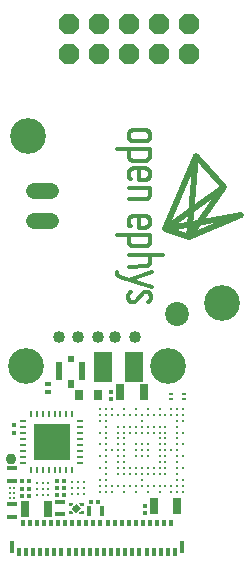
<source format=gts>
G75*
%MOIN*%
%OFA0B0*%
%FSLAX25Y25*%
%IPPOS*%
%LPD*%
%AMOC8*
5,1,8,0,0,1.08239X$1,22.5*
%
%ADD10C,0.04016*%
%ADD11R,0.01654X0.01260*%
%ADD12R,0.03228X0.01654*%
%ADD13R,0.01654X0.03228*%
%ADD14R,0.05984X0.09921*%
%ADD15C,0.00200*%
%ADD16R,0.12283X0.12283*%
%ADD17R,0.01063X0.02441*%
%ADD18R,0.02441X0.01063*%
%ADD19R,0.02047X0.02835*%
%ADD20R,0.02441X0.05984*%
%ADD21R,0.02047X0.02441*%
%ADD22R,0.02441X0.01457*%
%ADD23C,0.01063*%
%ADD24R,0.01457X0.00866*%
%ADD25R,0.01260X0.02638*%
%ADD26R,0.01260X0.02441*%
%ADD27R,0.01654X0.04016*%
%ADD28OC8,0.06679*%
%ADD29C,0.03622*%
%ADD30C,0.05479*%
%ADD31C,0.07953*%
%ADD32C,0.02165*%
%ADD33C,0.01417*%
%ADD34R,0.02835X0.05197*%
%ADD35R,0.01260X0.01654*%
%ADD36R,0.02835X0.03622*%
%ADD37C,0.01197*%
%ADD38C,0.11890*%
D10*
X0185205Y0129300D03*
X0191701Y0129300D03*
X0198197Y0129300D03*
X0204103Y0129300D03*
X0210599Y0129300D03*
D11*
X0202607Y0110993D03*
X0202607Y0108630D03*
X0170441Y0099772D03*
X0170441Y0097410D03*
X0213945Y0072804D03*
X0213945Y0070441D03*
D12*
X0185756Y0070113D03*
X0185756Y0074313D03*
X0169575Y0073565D03*
X0169575Y0069365D03*
X0169654Y0081333D03*
X0169654Y0085533D03*
D13*
X0195507Y0071111D03*
X0199707Y0071111D03*
D14*
X0200166Y0119260D03*
X0210402Y0119260D03*
D15*
X0193217Y0073807D02*
X0193217Y0073178D01*
X0192626Y0073178D01*
X0191996Y0073807D01*
X0193217Y0073807D01*
X0193217Y0073782D02*
X0192022Y0073782D01*
X0192220Y0073583D02*
X0193217Y0073583D01*
X0193217Y0073385D02*
X0192419Y0073385D01*
X0192618Y0073186D02*
X0193217Y0073186D01*
X0192250Y0072213D02*
X0190914Y0073549D01*
X0189578Y0072213D01*
X0190914Y0070877D01*
X0192250Y0072213D01*
X0192231Y0072194D02*
X0189597Y0072194D01*
X0189757Y0072392D02*
X0192071Y0072392D01*
X0191872Y0072591D02*
X0189955Y0072591D01*
X0190154Y0072789D02*
X0191674Y0072789D01*
X0191475Y0072988D02*
X0190352Y0072988D01*
X0190551Y0073186D02*
X0191277Y0073186D01*
X0191078Y0073385D02*
X0190749Y0073385D01*
X0189831Y0073807D02*
X0189201Y0073178D01*
X0188611Y0073178D01*
X0188611Y0073807D01*
X0189831Y0073807D01*
X0189806Y0073782D02*
X0188611Y0073782D01*
X0188611Y0073583D02*
X0189607Y0073583D01*
X0189409Y0073385D02*
X0188611Y0073385D01*
X0188611Y0073186D02*
X0189210Y0073186D01*
X0189795Y0071995D02*
X0192032Y0071995D01*
X0191834Y0071797D02*
X0189994Y0071797D01*
X0190192Y0071598D02*
X0191635Y0071598D01*
X0191437Y0071400D02*
X0190391Y0071400D01*
X0190589Y0071201D02*
X0191238Y0071201D01*
X0191040Y0071003D02*
X0190788Y0071003D01*
X0189831Y0070619D02*
X0189201Y0071248D01*
X0188611Y0071248D01*
X0188611Y0070619D01*
X0189831Y0070619D01*
X0189645Y0070804D02*
X0188611Y0070804D01*
X0188611Y0071003D02*
X0189447Y0071003D01*
X0189248Y0071201D02*
X0188611Y0071201D01*
X0191996Y0070619D02*
X0192626Y0071248D01*
X0193217Y0071248D01*
X0193217Y0070619D01*
X0191996Y0070619D01*
X0192182Y0070804D02*
X0193217Y0070804D01*
X0193217Y0071003D02*
X0192381Y0071003D01*
X0192579Y0071201D02*
X0193217Y0071201D01*
D16*
X0182882Y0094260D03*
D17*
X0181898Y0084811D03*
X0179930Y0084811D03*
X0177961Y0084811D03*
X0175993Y0084811D03*
X0183867Y0084811D03*
X0185835Y0084811D03*
X0187804Y0084811D03*
X0189772Y0084811D03*
X0189772Y0103709D03*
X0187804Y0103709D03*
X0185835Y0103709D03*
X0183867Y0103709D03*
X0181898Y0103709D03*
X0179930Y0103709D03*
X0177961Y0103709D03*
X0175993Y0103709D03*
D18*
X0173433Y0101150D03*
X0173433Y0099181D03*
X0173433Y0097213D03*
X0173433Y0095244D03*
X0173433Y0093276D03*
X0173433Y0091307D03*
X0173433Y0089339D03*
X0173433Y0087370D03*
X0192331Y0087370D03*
X0192331Y0089339D03*
X0192331Y0091307D03*
X0192331Y0093276D03*
X0192331Y0095244D03*
X0192331Y0097213D03*
X0192331Y0099181D03*
X0192331Y0101150D03*
D19*
X0189221Y0113552D03*
D20*
X0193158Y0117882D03*
X0185284Y0117882D03*
D21*
X0189221Y0121819D03*
D22*
X0181819Y0113650D03*
X0181819Y0111091D03*
D23*
X0199181Y0105284D03*
X0199181Y0103315D03*
X0199181Y0101347D03*
X0201150Y0101347D03*
X0201150Y0103315D03*
X0203119Y0103315D03*
X0205087Y0103315D03*
X0207056Y0103315D03*
X0209024Y0103315D03*
X0210993Y0103315D03*
X0212961Y0103315D03*
X0212961Y0101347D03*
X0212961Y0099378D03*
X0212961Y0097410D03*
X0210993Y0097410D03*
X0210993Y0099378D03*
X0209024Y0099378D03*
X0209024Y0097410D03*
X0207056Y0097410D03*
X0207056Y0099378D03*
X0205087Y0099378D03*
X0205087Y0097410D03*
X0205087Y0095441D03*
X0205087Y0093473D03*
X0207056Y0093473D03*
X0207056Y0095441D03*
X0210993Y0093473D03*
X0212961Y0093473D03*
X0214930Y0093473D03*
X0214930Y0091504D03*
X0214930Y0089536D03*
X0212961Y0089536D03*
X0212961Y0091504D03*
X0210993Y0091504D03*
X0210993Y0089536D03*
X0207056Y0089536D03*
X0207056Y0091504D03*
X0205087Y0091504D03*
X0205087Y0089536D03*
X0205087Y0087567D03*
X0205087Y0085599D03*
X0207056Y0085599D03*
X0209024Y0085599D03*
X0210993Y0085599D03*
X0212961Y0085599D03*
X0214930Y0085599D03*
X0216898Y0085599D03*
X0218867Y0085599D03*
X0220835Y0085599D03*
X0220835Y0087567D03*
X0218867Y0087567D03*
X0218867Y0089536D03*
X0220835Y0089536D03*
X0220835Y0091504D03*
X0218867Y0091504D03*
X0218867Y0093473D03*
X0220835Y0093473D03*
X0220835Y0095441D03*
X0218867Y0095441D03*
X0218867Y0097410D03*
X0220835Y0097410D03*
X0220835Y0099378D03*
X0218867Y0099378D03*
X0216898Y0099378D03*
X0216898Y0097410D03*
X0214930Y0097410D03*
X0214930Y0099378D03*
X0214930Y0103315D03*
X0216898Y0103315D03*
X0218867Y0103315D03*
X0220835Y0103315D03*
X0222804Y0103315D03*
X0224772Y0103315D03*
X0224772Y0101347D03*
X0226741Y0101347D03*
X0226741Y0103315D03*
X0226741Y0105284D03*
X0224772Y0105284D03*
X0222804Y0105284D03*
X0218867Y0105284D03*
X0214930Y0105284D03*
X0210993Y0105284D03*
X0207056Y0105284D03*
X0203119Y0105284D03*
X0201150Y0105284D03*
X0201150Y0099378D03*
X0201150Y0097410D03*
X0199181Y0097410D03*
X0201150Y0095441D03*
X0201150Y0093473D03*
X0199181Y0093473D03*
X0201150Y0091504D03*
X0201150Y0089536D03*
X0199181Y0089536D03*
X0201150Y0087567D03*
X0201150Y0085599D03*
X0199181Y0085599D03*
X0201150Y0083630D03*
X0201150Y0081662D03*
X0199181Y0081662D03*
X0199181Y0079693D03*
X0199181Y0077725D03*
X0201150Y0077725D03*
X0201150Y0079693D03*
X0203119Y0079693D03*
X0205087Y0079693D03*
X0207056Y0079693D03*
X0209024Y0079693D03*
X0210993Y0079693D03*
X0212961Y0079693D03*
X0214930Y0079693D03*
X0216898Y0079693D03*
X0218867Y0079693D03*
X0220835Y0079693D03*
X0222804Y0079693D03*
X0224772Y0079693D03*
X0224772Y0077725D03*
X0222804Y0077725D03*
X0226741Y0077725D03*
X0226741Y0079693D03*
X0226741Y0081662D03*
X0224772Y0081662D03*
X0224772Y0083630D03*
X0224772Y0085599D03*
X0224772Y0087567D03*
X0224772Y0089536D03*
X0224772Y0091504D03*
X0222804Y0091504D03*
X0224772Y0093473D03*
X0224772Y0095441D03*
X0224772Y0097410D03*
X0224772Y0099378D03*
X0226741Y0097410D03*
X0226741Y0093473D03*
X0226741Y0089536D03*
X0226741Y0085599D03*
X0220835Y0083630D03*
X0218867Y0083630D03*
X0216898Y0083630D03*
X0214930Y0083630D03*
X0212961Y0083630D03*
X0212961Y0081662D03*
X0210993Y0083630D03*
X0209024Y0083630D03*
X0207056Y0083630D03*
X0205087Y0083630D03*
X0207056Y0087567D03*
X0203119Y0091504D03*
X0193670Y0080874D03*
X0193670Y0078906D03*
X0193670Y0076937D03*
X0191701Y0076937D03*
X0189733Y0076937D03*
X0189733Y0078906D03*
X0191701Y0078906D03*
X0191701Y0080874D03*
X0189733Y0080874D03*
X0181859Y0080481D03*
X0181859Y0078512D03*
X0181859Y0076544D03*
X0179890Y0076544D03*
X0179890Y0078512D03*
X0177922Y0078512D03*
X0177922Y0076544D03*
X0177922Y0080481D03*
X0179890Y0080481D03*
X0203119Y0077725D03*
X0207056Y0077725D03*
X0210993Y0077725D03*
X0214930Y0077725D03*
X0218867Y0077725D03*
D24*
X0222607Y0108630D03*
X0222607Y0110205D03*
X0226937Y0110205D03*
X0226937Y0108630D03*
D25*
X0223985Y0057449D03*
X0221622Y0057449D03*
X0219260Y0057449D03*
X0216898Y0057449D03*
X0214536Y0057449D03*
X0212174Y0057449D03*
X0209811Y0057449D03*
X0207449Y0057449D03*
X0205087Y0057449D03*
X0202725Y0057449D03*
X0200363Y0057449D03*
X0198000Y0057449D03*
X0195638Y0057449D03*
X0193276Y0057449D03*
X0190914Y0057449D03*
X0188552Y0057449D03*
X0186189Y0057449D03*
X0183827Y0057449D03*
X0181465Y0057449D03*
X0179103Y0057449D03*
X0176741Y0057449D03*
X0174378Y0057449D03*
X0172016Y0057449D03*
D26*
X0173197Y0067193D03*
X0175559Y0067193D03*
X0177922Y0067193D03*
X0180284Y0067193D03*
X0182646Y0067193D03*
X0185008Y0067193D03*
X0187370Y0067193D03*
X0189733Y0067193D03*
X0192095Y0067193D03*
X0194457Y0067193D03*
X0196819Y0067193D03*
X0199181Y0067193D03*
X0201544Y0067193D03*
X0203906Y0067193D03*
X0206268Y0067193D03*
X0208630Y0067193D03*
X0210993Y0067193D03*
X0213355Y0067193D03*
X0215717Y0067193D03*
X0218079Y0067193D03*
X0220441Y0067193D03*
X0222804Y0067193D03*
D27*
X0169654Y0059319D03*
X0226347Y0059319D03*
D28*
X0228630Y0223512D03*
X0218630Y0223512D03*
X0208630Y0223512D03*
X0198630Y0223512D03*
X0188630Y0223512D03*
X0188630Y0233512D03*
X0198630Y0233512D03*
X0208630Y0233512D03*
X0218630Y0233512D03*
X0228630Y0233512D03*
D29*
X0169496Y0088670D03*
D30*
X0177190Y0167882D02*
X0182590Y0167882D01*
X0182590Y0177882D02*
X0177190Y0177882D01*
D31*
X0224772Y0136780D03*
D32*
X0228709Y0162764D02*
X0240520Y0179300D01*
X0220835Y0165126D01*
X0246032Y0169851D01*
X0228709Y0162764D01*
X0220835Y0165126D01*
X0231071Y0189536D01*
X0240520Y0179300D01*
X0231071Y0189536D02*
X0228709Y0162764D01*
D33*
X0219969Y0156622D02*
X0208788Y0156622D01*
X0210126Y0159457D02*
X0214221Y0159457D01*
X0214295Y0159459D01*
X0214369Y0159465D01*
X0214443Y0159474D01*
X0214516Y0159488D01*
X0214588Y0159505D01*
X0214659Y0159526D01*
X0214729Y0159551D01*
X0214797Y0159580D01*
X0214864Y0159611D01*
X0214930Y0159647D01*
X0214993Y0159686D01*
X0215054Y0159728D01*
X0215113Y0159773D01*
X0215169Y0159821D01*
X0215223Y0159872D01*
X0215274Y0159926D01*
X0215322Y0159982D01*
X0215367Y0160041D01*
X0215409Y0160102D01*
X0215448Y0160166D01*
X0215484Y0160231D01*
X0215515Y0160298D01*
X0215544Y0160366D01*
X0215569Y0160436D01*
X0215590Y0160507D01*
X0215607Y0160579D01*
X0215621Y0160652D01*
X0215630Y0160726D01*
X0215636Y0160800D01*
X0215638Y0160874D01*
X0215638Y0163237D01*
X0208709Y0163237D01*
X0208709Y0160874D01*
X0208711Y0160800D01*
X0208717Y0160726D01*
X0208726Y0160652D01*
X0208740Y0160579D01*
X0208757Y0160507D01*
X0208778Y0160436D01*
X0208803Y0160366D01*
X0208832Y0160298D01*
X0208863Y0160231D01*
X0208899Y0160166D01*
X0208938Y0160102D01*
X0208980Y0160041D01*
X0209025Y0159982D01*
X0209073Y0159926D01*
X0209124Y0159872D01*
X0209178Y0159821D01*
X0209234Y0159773D01*
X0209293Y0159728D01*
X0209354Y0159686D01*
X0209418Y0159647D01*
X0209483Y0159611D01*
X0209550Y0159580D01*
X0209618Y0159551D01*
X0209688Y0159526D01*
X0209759Y0159505D01*
X0209831Y0159488D01*
X0209904Y0159474D01*
X0209978Y0159465D01*
X0210052Y0159459D01*
X0210126Y0159457D01*
X0208630Y0163237D02*
X0204536Y0163237D01*
X0208709Y0166701D02*
X0208709Y0168119D01*
X0208711Y0168193D01*
X0208717Y0168267D01*
X0208726Y0168341D01*
X0208740Y0168414D01*
X0208757Y0168486D01*
X0208778Y0168557D01*
X0208803Y0168627D01*
X0208832Y0168695D01*
X0208863Y0168762D01*
X0208899Y0168828D01*
X0208938Y0168891D01*
X0208980Y0168952D01*
X0209025Y0169011D01*
X0209073Y0169067D01*
X0209124Y0169121D01*
X0209178Y0169172D01*
X0209234Y0169220D01*
X0209293Y0169265D01*
X0209354Y0169307D01*
X0209418Y0169346D01*
X0209483Y0169382D01*
X0209550Y0169413D01*
X0209618Y0169442D01*
X0209688Y0169467D01*
X0209759Y0169488D01*
X0209831Y0169505D01*
X0209904Y0169519D01*
X0209978Y0169528D01*
X0210052Y0169534D01*
X0210126Y0169536D01*
X0214221Y0169536D01*
X0214295Y0169534D01*
X0214369Y0169528D01*
X0214443Y0169519D01*
X0214516Y0169505D01*
X0214588Y0169488D01*
X0214659Y0169467D01*
X0214729Y0169442D01*
X0214797Y0169413D01*
X0214864Y0169382D01*
X0214930Y0169346D01*
X0214993Y0169307D01*
X0215054Y0169265D01*
X0215113Y0169220D01*
X0215169Y0169172D01*
X0215223Y0169121D01*
X0215274Y0169067D01*
X0215322Y0169011D01*
X0215367Y0168952D01*
X0215409Y0168891D01*
X0215448Y0168828D01*
X0215484Y0168762D01*
X0215515Y0168695D01*
X0215544Y0168627D01*
X0215569Y0168557D01*
X0215590Y0168486D01*
X0215607Y0168414D01*
X0215621Y0168341D01*
X0215630Y0168267D01*
X0215636Y0168193D01*
X0215638Y0168119D01*
X0215638Y0167174D01*
X0215636Y0167100D01*
X0215630Y0167026D01*
X0215621Y0166952D01*
X0215607Y0166879D01*
X0215590Y0166807D01*
X0215569Y0166736D01*
X0215544Y0166666D01*
X0215515Y0166598D01*
X0215484Y0166531D01*
X0215448Y0166466D01*
X0215409Y0166402D01*
X0215367Y0166341D01*
X0215322Y0166282D01*
X0215274Y0166226D01*
X0215223Y0166172D01*
X0215169Y0166121D01*
X0215113Y0166073D01*
X0215054Y0166028D01*
X0214993Y0165986D01*
X0214930Y0165947D01*
X0214864Y0165911D01*
X0214797Y0165880D01*
X0214729Y0165851D01*
X0214659Y0165826D01*
X0214588Y0165805D01*
X0214516Y0165788D01*
X0214443Y0165774D01*
X0214369Y0165765D01*
X0214295Y0165759D01*
X0214221Y0165757D01*
X0214063Y0165756D02*
X0212174Y0165756D01*
X0212174Y0169063D01*
X0209260Y0166150D02*
X0209214Y0166152D01*
X0209169Y0166158D01*
X0209125Y0166167D01*
X0209081Y0166180D01*
X0209039Y0166196D01*
X0208998Y0166216D01*
X0208959Y0166240D01*
X0208922Y0166266D01*
X0208887Y0166296D01*
X0208855Y0166328D01*
X0208825Y0166363D01*
X0208799Y0166400D01*
X0208775Y0166439D01*
X0208755Y0166480D01*
X0208739Y0166522D01*
X0208726Y0166566D01*
X0208717Y0166610D01*
X0208711Y0166655D01*
X0208709Y0166701D01*
X0208709Y0175205D02*
X0214221Y0175205D01*
X0214295Y0175207D01*
X0214369Y0175213D01*
X0214443Y0175222D01*
X0214516Y0175236D01*
X0214588Y0175253D01*
X0214659Y0175274D01*
X0214729Y0175299D01*
X0214797Y0175328D01*
X0214864Y0175359D01*
X0214930Y0175395D01*
X0214993Y0175434D01*
X0215054Y0175476D01*
X0215113Y0175521D01*
X0215169Y0175569D01*
X0215223Y0175620D01*
X0215274Y0175674D01*
X0215322Y0175730D01*
X0215367Y0175789D01*
X0215409Y0175850D01*
X0215448Y0175914D01*
X0215484Y0175979D01*
X0215515Y0176046D01*
X0215544Y0176114D01*
X0215569Y0176184D01*
X0215590Y0176255D01*
X0215607Y0176327D01*
X0215621Y0176400D01*
X0215630Y0176474D01*
X0215636Y0176548D01*
X0215638Y0176622D01*
X0215638Y0178985D01*
X0208709Y0178985D01*
X0208709Y0182607D02*
X0208709Y0184024D01*
X0208711Y0184098D01*
X0208717Y0184172D01*
X0208726Y0184246D01*
X0208740Y0184319D01*
X0208757Y0184391D01*
X0208778Y0184462D01*
X0208803Y0184532D01*
X0208832Y0184600D01*
X0208863Y0184667D01*
X0208899Y0184733D01*
X0208938Y0184796D01*
X0208980Y0184857D01*
X0209025Y0184916D01*
X0209073Y0184972D01*
X0209124Y0185026D01*
X0209178Y0185077D01*
X0209234Y0185125D01*
X0209293Y0185170D01*
X0209354Y0185212D01*
X0209418Y0185251D01*
X0209483Y0185287D01*
X0209550Y0185318D01*
X0209618Y0185347D01*
X0209688Y0185372D01*
X0209759Y0185393D01*
X0209831Y0185410D01*
X0209904Y0185424D01*
X0209978Y0185433D01*
X0210052Y0185439D01*
X0210126Y0185441D01*
X0214221Y0185441D01*
X0214295Y0185439D01*
X0214369Y0185433D01*
X0214443Y0185424D01*
X0214516Y0185410D01*
X0214588Y0185393D01*
X0214659Y0185372D01*
X0214729Y0185347D01*
X0214797Y0185318D01*
X0214864Y0185287D01*
X0214930Y0185251D01*
X0214993Y0185212D01*
X0215054Y0185170D01*
X0215113Y0185125D01*
X0215169Y0185077D01*
X0215223Y0185026D01*
X0215274Y0184972D01*
X0215322Y0184916D01*
X0215367Y0184857D01*
X0215409Y0184796D01*
X0215448Y0184733D01*
X0215484Y0184667D01*
X0215515Y0184600D01*
X0215544Y0184532D01*
X0215569Y0184462D01*
X0215590Y0184391D01*
X0215607Y0184319D01*
X0215621Y0184246D01*
X0215630Y0184172D01*
X0215636Y0184098D01*
X0215638Y0184024D01*
X0215638Y0183079D01*
X0215636Y0183005D01*
X0215630Y0182931D01*
X0215621Y0182857D01*
X0215607Y0182784D01*
X0215590Y0182712D01*
X0215569Y0182641D01*
X0215544Y0182571D01*
X0215515Y0182503D01*
X0215484Y0182436D01*
X0215448Y0182371D01*
X0215409Y0182307D01*
X0215367Y0182246D01*
X0215322Y0182187D01*
X0215274Y0182131D01*
X0215223Y0182077D01*
X0215169Y0182026D01*
X0215113Y0181978D01*
X0215054Y0181933D01*
X0214993Y0181891D01*
X0214930Y0181852D01*
X0214864Y0181816D01*
X0214797Y0181785D01*
X0214729Y0181756D01*
X0214659Y0181731D01*
X0214588Y0181710D01*
X0214516Y0181693D01*
X0214443Y0181679D01*
X0214369Y0181670D01*
X0214295Y0181664D01*
X0214221Y0181662D01*
X0214063Y0181662D02*
X0212174Y0181662D01*
X0212174Y0184969D01*
X0214221Y0188040D02*
X0210126Y0188040D01*
X0210052Y0188042D01*
X0209978Y0188048D01*
X0209904Y0188057D01*
X0209831Y0188071D01*
X0209759Y0188088D01*
X0209688Y0188109D01*
X0209618Y0188134D01*
X0209550Y0188163D01*
X0209483Y0188194D01*
X0209418Y0188230D01*
X0209354Y0188269D01*
X0209293Y0188311D01*
X0209234Y0188356D01*
X0209178Y0188404D01*
X0209124Y0188455D01*
X0209073Y0188509D01*
X0209025Y0188565D01*
X0208980Y0188624D01*
X0208938Y0188685D01*
X0208899Y0188749D01*
X0208863Y0188814D01*
X0208832Y0188881D01*
X0208803Y0188949D01*
X0208778Y0189019D01*
X0208757Y0189090D01*
X0208740Y0189162D01*
X0208726Y0189235D01*
X0208717Y0189309D01*
X0208711Y0189383D01*
X0208709Y0189457D01*
X0208709Y0191819D01*
X0215638Y0191819D01*
X0215638Y0189457D01*
X0215636Y0189383D01*
X0215630Y0189309D01*
X0215621Y0189235D01*
X0215607Y0189162D01*
X0215590Y0189090D01*
X0215569Y0189019D01*
X0215544Y0188949D01*
X0215515Y0188881D01*
X0215484Y0188814D01*
X0215448Y0188749D01*
X0215409Y0188685D01*
X0215367Y0188624D01*
X0215322Y0188565D01*
X0215274Y0188509D01*
X0215223Y0188455D01*
X0215169Y0188404D01*
X0215113Y0188356D01*
X0215054Y0188311D01*
X0214993Y0188269D01*
X0214930Y0188230D01*
X0214864Y0188194D01*
X0214797Y0188163D01*
X0214729Y0188134D01*
X0214659Y0188109D01*
X0214588Y0188088D01*
X0214516Y0188071D01*
X0214443Y0188057D01*
X0214369Y0188048D01*
X0214295Y0188042D01*
X0214221Y0188040D01*
X0214221Y0194457D02*
X0210126Y0194457D01*
X0210052Y0194459D01*
X0209978Y0194465D01*
X0209904Y0194474D01*
X0209831Y0194488D01*
X0209759Y0194505D01*
X0209688Y0194526D01*
X0209618Y0194551D01*
X0209550Y0194580D01*
X0209483Y0194611D01*
X0209418Y0194647D01*
X0209354Y0194686D01*
X0209293Y0194728D01*
X0209234Y0194773D01*
X0209178Y0194821D01*
X0209124Y0194872D01*
X0209073Y0194926D01*
X0209025Y0194982D01*
X0208980Y0195041D01*
X0208938Y0195102D01*
X0208899Y0195166D01*
X0208863Y0195231D01*
X0208832Y0195298D01*
X0208803Y0195366D01*
X0208778Y0195436D01*
X0208757Y0195507D01*
X0208740Y0195579D01*
X0208726Y0195652D01*
X0208717Y0195726D01*
X0208711Y0195800D01*
X0208709Y0195874D01*
X0208709Y0195993D02*
X0208709Y0196741D01*
X0208709Y0196780D02*
X0208711Y0196854D01*
X0208717Y0196928D01*
X0208726Y0197002D01*
X0208740Y0197075D01*
X0208757Y0197147D01*
X0208778Y0197218D01*
X0208803Y0197288D01*
X0208832Y0197356D01*
X0208863Y0197423D01*
X0208899Y0197489D01*
X0208938Y0197552D01*
X0208980Y0197613D01*
X0209025Y0197672D01*
X0209073Y0197728D01*
X0209124Y0197782D01*
X0209178Y0197833D01*
X0209234Y0197881D01*
X0209293Y0197926D01*
X0209354Y0197968D01*
X0209418Y0198007D01*
X0209483Y0198043D01*
X0209550Y0198074D01*
X0209618Y0198103D01*
X0209688Y0198128D01*
X0209759Y0198149D01*
X0209831Y0198166D01*
X0209904Y0198180D01*
X0209978Y0198189D01*
X0210052Y0198195D01*
X0210126Y0198197D01*
X0214221Y0198197D01*
X0214295Y0198195D01*
X0214369Y0198189D01*
X0214443Y0198180D01*
X0214516Y0198166D01*
X0214588Y0198149D01*
X0214659Y0198128D01*
X0214729Y0198103D01*
X0214797Y0198074D01*
X0214864Y0198043D01*
X0214930Y0198007D01*
X0214993Y0197968D01*
X0215054Y0197926D01*
X0215113Y0197881D01*
X0215169Y0197833D01*
X0215223Y0197782D01*
X0215274Y0197728D01*
X0215322Y0197672D01*
X0215367Y0197613D01*
X0215409Y0197552D01*
X0215448Y0197489D01*
X0215484Y0197423D01*
X0215515Y0197356D01*
X0215544Y0197288D01*
X0215569Y0197218D01*
X0215590Y0197147D01*
X0215607Y0197075D01*
X0215621Y0197002D01*
X0215630Y0196928D01*
X0215636Y0196854D01*
X0215638Y0196780D01*
X0215638Y0196662D02*
X0215638Y0195874D01*
X0215636Y0195800D01*
X0215630Y0195726D01*
X0215621Y0195652D01*
X0215607Y0195579D01*
X0215590Y0195507D01*
X0215569Y0195436D01*
X0215544Y0195366D01*
X0215515Y0195298D01*
X0215484Y0195231D01*
X0215448Y0195166D01*
X0215409Y0195102D01*
X0215367Y0195041D01*
X0215322Y0194982D01*
X0215274Y0194926D01*
X0215223Y0194872D01*
X0215169Y0194821D01*
X0215113Y0194773D01*
X0215054Y0194728D01*
X0214993Y0194686D01*
X0214930Y0194647D01*
X0214864Y0194611D01*
X0214797Y0194580D01*
X0214729Y0194551D01*
X0214659Y0194526D01*
X0214588Y0194505D01*
X0214516Y0194488D01*
X0214443Y0194474D01*
X0214369Y0194465D01*
X0214295Y0194459D01*
X0214221Y0194457D01*
X0208630Y0191819D02*
X0204536Y0191819D01*
X0208709Y0182607D02*
X0208711Y0182561D01*
X0208717Y0182516D01*
X0208726Y0182472D01*
X0208739Y0182428D01*
X0208755Y0182386D01*
X0208775Y0182345D01*
X0208799Y0182306D01*
X0208825Y0182269D01*
X0208855Y0182234D01*
X0208887Y0182202D01*
X0208922Y0182172D01*
X0208959Y0182146D01*
X0208998Y0182122D01*
X0209039Y0182102D01*
X0209081Y0182086D01*
X0209125Y0182073D01*
X0209169Y0182064D01*
X0209214Y0182058D01*
X0209260Y0182056D01*
X0215638Y0156071D02*
X0215638Y0154260D01*
X0215636Y0154186D01*
X0215630Y0154112D01*
X0215621Y0154038D01*
X0215607Y0153965D01*
X0215590Y0153893D01*
X0215569Y0153822D01*
X0215544Y0153752D01*
X0215515Y0153684D01*
X0215484Y0153617D01*
X0215448Y0153552D01*
X0215409Y0153488D01*
X0215367Y0153427D01*
X0215322Y0153368D01*
X0215274Y0153312D01*
X0215223Y0153258D01*
X0215169Y0153207D01*
X0215113Y0153159D01*
X0215054Y0153114D01*
X0214993Y0153072D01*
X0214930Y0153033D01*
X0214864Y0152997D01*
X0214797Y0152966D01*
X0214729Y0152937D01*
X0214659Y0152912D01*
X0214588Y0152891D01*
X0214516Y0152874D01*
X0214443Y0152860D01*
X0214369Y0152851D01*
X0214295Y0152845D01*
X0214221Y0152843D01*
X0208709Y0152764D01*
X0208788Y0148433D02*
X0216347Y0151032D01*
X0216347Y0145993D02*
X0205717Y0149300D01*
X0205559Y0149378D02*
X0204772Y0149930D01*
X0204615Y0150638D01*
X0204615Y0151032D01*
X0209103Y0144181D02*
X0209260Y0144181D01*
X0209103Y0144181D02*
X0208867Y0144024D01*
X0208630Y0143630D01*
X0208473Y0143315D01*
X0208473Y0143237D02*
X0208473Y0142292D01*
X0208475Y0142218D01*
X0208481Y0142144D01*
X0208490Y0142070D01*
X0208504Y0141997D01*
X0208521Y0141925D01*
X0208542Y0141854D01*
X0208567Y0141784D01*
X0208596Y0141716D01*
X0208627Y0141649D01*
X0208663Y0141584D01*
X0208702Y0141520D01*
X0208744Y0141459D01*
X0208789Y0141400D01*
X0208837Y0141344D01*
X0208888Y0141290D01*
X0208942Y0141239D01*
X0208998Y0141191D01*
X0209057Y0141146D01*
X0209118Y0141104D01*
X0209182Y0141065D01*
X0209247Y0141029D01*
X0209314Y0140998D01*
X0209382Y0140969D01*
X0209452Y0140944D01*
X0209523Y0140923D01*
X0209595Y0140906D01*
X0209668Y0140892D01*
X0209742Y0140883D01*
X0209816Y0140877D01*
X0209890Y0140875D01*
X0209969Y0140874D02*
X0210363Y0140874D01*
X0210756Y0140953D01*
X0211465Y0141662D01*
X0212410Y0142922D01*
X0212252Y0142685D02*
X0213197Y0143945D01*
X0213670Y0144260D01*
X0214063Y0144339D01*
X0214457Y0144339D01*
X0214536Y0144339D02*
X0214610Y0144337D01*
X0214684Y0144331D01*
X0214758Y0144322D01*
X0214831Y0144308D01*
X0214903Y0144291D01*
X0214974Y0144270D01*
X0215044Y0144245D01*
X0215112Y0144216D01*
X0215179Y0144185D01*
X0215245Y0144149D01*
X0215308Y0144110D01*
X0215369Y0144068D01*
X0215428Y0144023D01*
X0215484Y0143975D01*
X0215538Y0143924D01*
X0215589Y0143870D01*
X0215637Y0143814D01*
X0215682Y0143755D01*
X0215724Y0143694D01*
X0215763Y0143631D01*
X0215799Y0143565D01*
X0215830Y0143498D01*
X0215859Y0143430D01*
X0215884Y0143360D01*
X0215905Y0143289D01*
X0215922Y0143217D01*
X0215936Y0143144D01*
X0215945Y0143070D01*
X0215951Y0142996D01*
X0215953Y0142922D01*
X0215953Y0141977D01*
X0215953Y0141898D02*
X0215796Y0141583D01*
X0215559Y0141189D01*
X0215323Y0141032D01*
X0215166Y0141032D01*
D34*
X0213552Y0110796D03*
X0205678Y0110796D03*
X0216898Y0072804D03*
X0224772Y0072804D03*
X0181859Y0071819D03*
X0173985Y0071819D03*
D35*
X0173000Y0076150D03*
X0175363Y0076150D03*
X0175363Y0078709D03*
X0173000Y0078709D03*
X0173000Y0081268D03*
X0175363Y0081268D03*
X0184615Y0081268D03*
X0186977Y0081268D03*
X0186977Y0078906D03*
X0186977Y0076544D03*
X0184615Y0076544D03*
X0184615Y0078906D03*
X0196032Y0074378D03*
X0198394Y0074378D03*
D36*
X0198473Y0110008D03*
X0192016Y0110008D03*
D37*
X0170441Y0078906D03*
X0168867Y0078906D03*
X0168867Y0077331D03*
X0170441Y0077331D03*
X0170441Y0075756D03*
X0168867Y0075756D03*
D38*
X0174378Y0119457D03*
X0221622Y0119457D03*
X0239733Y0140717D03*
X0175166Y0196229D03*
M02*

</source>
